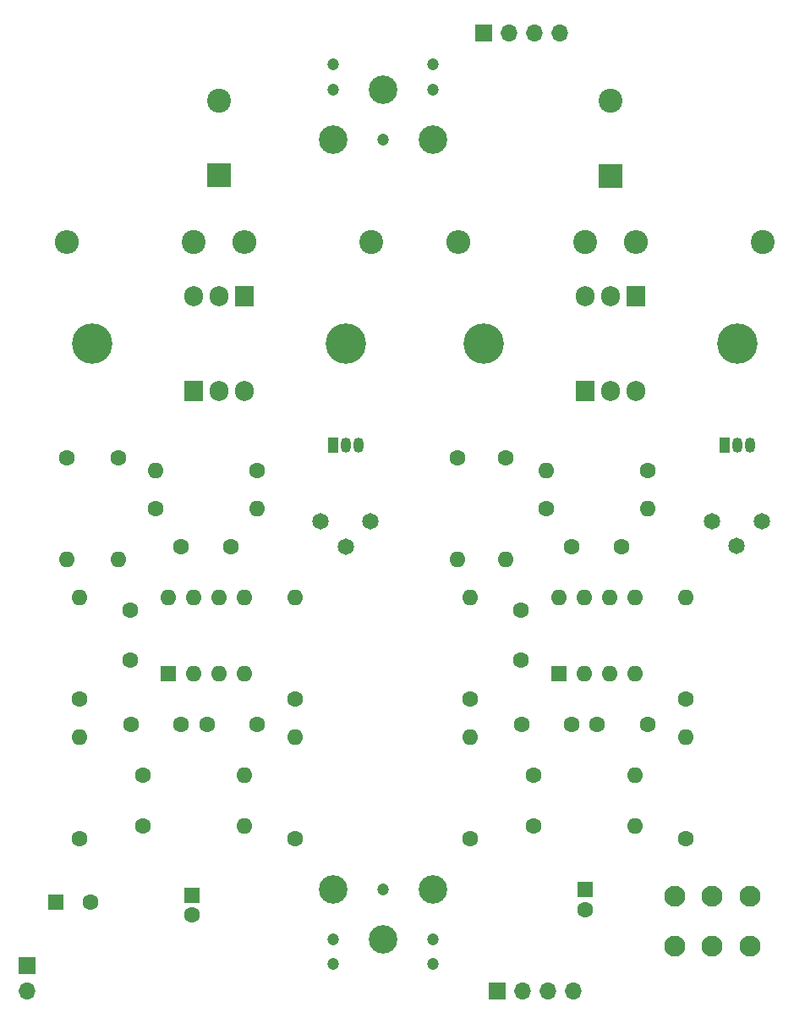
<source format=gbs>
G04 #@! TF.GenerationSoftware,KiCad,Pcbnew,7.0.7*
G04 #@! TF.CreationDate,2024-06-09T16:00:22+02:00*
G04 #@! TF.ProjectId,Audio Amplifier,41756469-6f20-4416-9d70-6c6966696572,rev?*
G04 #@! TF.SameCoordinates,Original*
G04 #@! TF.FileFunction,Soldermask,Bot*
G04 #@! TF.FilePolarity,Negative*
%FSLAX46Y46*%
G04 Gerber Fmt 4.6, Leading zero omitted, Abs format (unit mm)*
G04 Created by KiCad (PCBNEW 7.0.7) date 2024-06-09 16:00:22*
%MOMM*%
%LPD*%
G01*
G04 APERTURE LIST*
%ADD10C,1.600000*%
%ADD11O,1.600000X1.600000*%
%ADD12C,1.200000*%
%ADD13C,2.850000*%
%ADD14O,1.905000X2.000000*%
%ADD15R,1.905000X2.000000*%
%ADD16O,1.700000X1.700000*%
%ADD17R,1.700000X1.700000*%
%ADD18O,2.400000X2.400000*%
%ADD19C,2.400000*%
%ADD20R,1.600000X1.600000*%
%ADD21O,1.050000X1.500000*%
%ADD22R,1.050000X1.500000*%
%ADD23R,2.400000X2.400000*%
%ADD24C,1.650000*%
%ADD25C,4.050000*%
%ADD26C,2.100000*%
G04 APERTURE END LIST*
D10*
X152019000Y-97790000D03*
D11*
X152019000Y-107950000D03*
D10*
X113284000Y-97790000D03*
D11*
X113284000Y-107950000D03*
D12*
X139780000Y-140920000D03*
X144780000Y-145920000D03*
X144780000Y-148420000D03*
X134780000Y-145920000D03*
X134780000Y-148420000D03*
D13*
X134780000Y-140920000D03*
X144780000Y-140920000D03*
X139780000Y-145920000D03*
D14*
X120812500Y-81590255D03*
X123352500Y-81590255D03*
D15*
X125892500Y-81590255D03*
D11*
X125892500Y-129515255D03*
D10*
X115732500Y-129515255D03*
D16*
X157480000Y-55245000D03*
X154940000Y-55245000D03*
X152400000Y-55245000D03*
D17*
X149860000Y-55245000D03*
D13*
X144780000Y-65920000D03*
X134780000Y-65920000D03*
X139780000Y-60920000D03*
D12*
X139780000Y-65920000D03*
X134780000Y-60920000D03*
X144780000Y-60920000D03*
X134780000Y-58420000D03*
X144780000Y-58420000D03*
D11*
X148470000Y-111720000D03*
D10*
X148470000Y-121880000D03*
D11*
X166250000Y-102830000D03*
D10*
X156090000Y-102830000D03*
D11*
X130972500Y-111745255D03*
D10*
X130972500Y-121905255D03*
D14*
X125892500Y-91100255D03*
X123352500Y-91100255D03*
D15*
X120812500Y-91100255D03*
D18*
X165100000Y-76200000D03*
D19*
X177800000Y-76200000D03*
D17*
X151210000Y-151130000D03*
D16*
X153750000Y-151130000D03*
X156290000Y-151130000D03*
X158830000Y-151130000D03*
D11*
X130972500Y-125705255D03*
D10*
X130972500Y-135865255D03*
D18*
X125892500Y-76185255D03*
D19*
X138592500Y-76185255D03*
D10*
X124542500Y-106655255D03*
X119542500Y-106655255D03*
X170060000Y-135850000D03*
D11*
X170060000Y-125690000D03*
X164980000Y-129500000D03*
D10*
X154820000Y-129500000D03*
D11*
X157360000Y-111720000D03*
X159900000Y-111720000D03*
X162440000Y-111720000D03*
X164980000Y-111720000D03*
X164980000Y-119340000D03*
X162440000Y-119340000D03*
X159900000Y-119340000D03*
D20*
X157360000Y-119340000D03*
D11*
X109382500Y-125705255D03*
D10*
X109382500Y-135865255D03*
D20*
X120650000Y-141510000D03*
D10*
X120650000Y-143510000D03*
D11*
X170060000Y-111730000D03*
D10*
X170060000Y-121890000D03*
D11*
X117002500Y-99035255D03*
D10*
X127162500Y-99035255D03*
D11*
X156090000Y-99020000D03*
D10*
X166250000Y-99020000D03*
D11*
X118272500Y-111735255D03*
X120812500Y-111735255D03*
X123352500Y-111735255D03*
X125892500Y-111735255D03*
X125892500Y-119355255D03*
X123352500Y-119355255D03*
X120812500Y-119355255D03*
D20*
X118272500Y-119355255D03*
D10*
X166210000Y-124420000D03*
X161210000Y-124420000D03*
D21*
X137322500Y-96505255D03*
X136052500Y-96505255D03*
D22*
X134782500Y-96505255D03*
D19*
X162560000Y-62052755D03*
D23*
X162560000Y-69552755D03*
D10*
X127122500Y-124435255D03*
X122122500Y-124435255D03*
X153550000Y-118030000D03*
X153550000Y-113030000D03*
D19*
X123352500Y-62038010D03*
D23*
X123352500Y-69538010D03*
D24*
X175180000Y-106600000D03*
X172680000Y-104100000D03*
X177680000Y-104100000D03*
D10*
X119542500Y-124435255D03*
X114542500Y-124435255D03*
D11*
X147200000Y-107920000D03*
D10*
X147200000Y-97760000D03*
D18*
X147320000Y-76200000D03*
D19*
X160020000Y-76200000D03*
D10*
X114462500Y-118045255D03*
X114462500Y-113045255D03*
D25*
X136052500Y-86345255D03*
X110652500Y-86345255D03*
D10*
X158630000Y-124420000D03*
X153630000Y-124420000D03*
X160020000Y-142970000D03*
D20*
X160020000Y-140970000D03*
D21*
X176530000Y-96520000D03*
X175260000Y-96520000D03*
D22*
X173990000Y-96520000D03*
D24*
X136012500Y-106645255D03*
X133512500Y-104145255D03*
X138512500Y-104145255D03*
D11*
X127162500Y-102845255D03*
D10*
X117002500Y-102845255D03*
D14*
X165100000Y-91115000D03*
X162560000Y-91115000D03*
D15*
X160020000Y-91115000D03*
D17*
X104140000Y-148590000D03*
D16*
X104140000Y-151130000D03*
D18*
X108112500Y-76185255D03*
D19*
X120812500Y-76185255D03*
D14*
X160020000Y-81605000D03*
X162560000Y-81605000D03*
D15*
X165100000Y-81605000D03*
D11*
X125892500Y-134595255D03*
D10*
X115732500Y-134595255D03*
D11*
X164980000Y-134580000D03*
D10*
X154820000Y-134580000D03*
X110490000Y-142240000D03*
D20*
X106990000Y-142240000D03*
D11*
X108112500Y-107935255D03*
D10*
X108112500Y-97775255D03*
D25*
X175260000Y-86360000D03*
X149860000Y-86360000D03*
D10*
X163630000Y-106640000D03*
X158630000Y-106640000D03*
D11*
X148470000Y-125690000D03*
D10*
X148470000Y-135850000D03*
D26*
X176470000Y-146670000D03*
X172720000Y-146670000D03*
X168970000Y-146670000D03*
X176470000Y-141670000D03*
X172720000Y-141670000D03*
X168970000Y-141670000D03*
D11*
X109382500Y-111735255D03*
D10*
X109382500Y-121895255D03*
M02*

</source>
